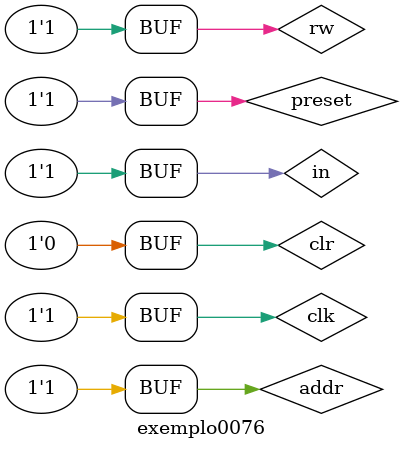
<source format=v>

`include "Exemplo0073.v"

module memoria1x16(output [15:0]out, input clk, input addr, input rw, input in, input preset, input clr);

// Chamada das memórias 1x8

memoria1x8 m1(out[15:8], clk, addr, rw, in, preset, clr);
memoria1x8 m2(out[7:0], clk, addr, rw, in, preset, clr);

endmodule //memoria1x16

// ----------------
// Exemplo0076
// ----------------
module exemplo0076;

// ---------------- Definição de dados
wire [15:0]out;
reg addr;
reg clk, rw, in, preset, clr;

// ---------------- Instância
 memoria1x16 memo1_16(out, clk, addr, rw, in, preset, clr);

// ---------------- Preparação
 initial begin: start
  clk = 1;
  addr = 1;
  rw = 0;
  in = 0;
  preset = 1;
  clr = 0;
 end
 
// ---------------- Parte principal
 initial begin: main
  $display("Exemplo0076 - Josemar Alves Caetano - 448662.");
  $display("Teste Memória RAM 1x16.\n");

  $monitor("Saídas: %b",out);

   #1 clr = 1;
   #1 clr = 0;
   #1 clk = 1; addr = 1; rw = 1; in = 1;
   #1 clk = 1; addr = 1; rw = 1; in = 1;
   #1 addr = 0;
   #1 addr = 1;


end

endmodule //exemplo0076




</source>
